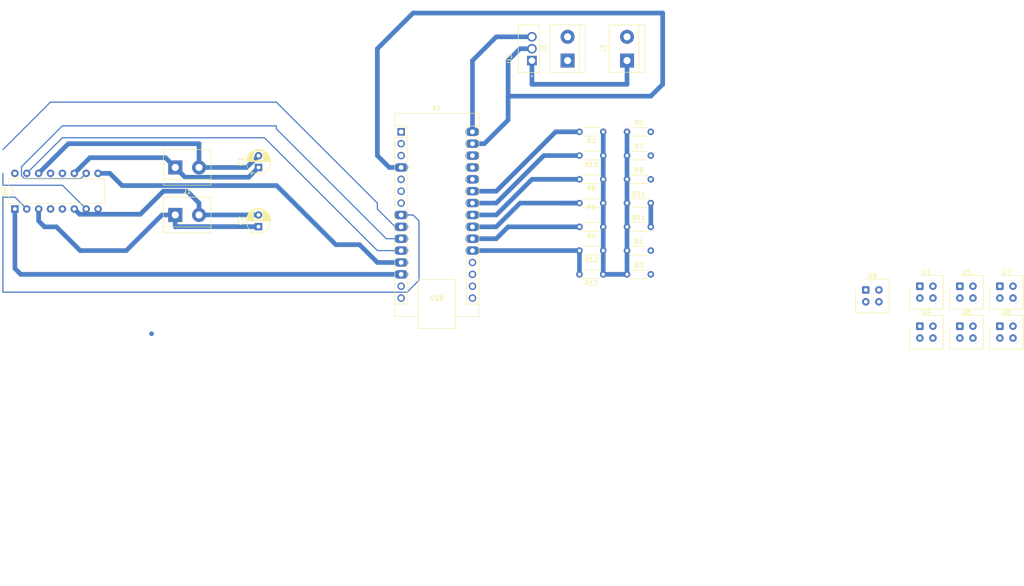
<source format=kicad_pcb>
(kicad_pcb (version 20221018) (generator pcbnew)
  (layers (0 "F.Cu" signal) (31 "B.Cu" signal) (34 "B.Paste" user) (35 "F.Paste" user) (36 "B.SilkS" user "B.Silkscreen") (37 "F.SilkS" user "F.Silkscreen") (38 "B.Mask" user) (39 "F.Mask" user) (44 "Edge.Cuts" user))
  (net 0 "")
  (net 8 "/MOTOR_1_A")
  (net 9 "/MOTOR_1_B")
  (net 10 "/MOTOR_2_A")
  (net 11 "/MOTOR_2_B")
  (net 12 "/ENAVILE_MOTOR_2")
  (net 13 "/ENAVILE_MOTOR_1")
  (net 20 "/CNY70_6")
  (net 21 "/CNY70_1")
  (net 22 "/CNY70_2")
  (net 23 "/CNY70_3")
  (net 24 "/CNY70_4")
  (net 25 "/CNY70_5")
  (net 28 "/OUT_5V")
  (net 29 "Net-(J2-Pin_1)")
  (net 30 "Net-(J2-Pin_2)")
  (net 31 "Net-(J1-Pin_1)")
  (net 32 "Net-(J1-Pin_2)")
  (net 33 "/ENTRADA_POSITIVO")
  (net 34 "/ENTRADA_NEGATIVO")
  (net 35 "VCC")
  (net 36 "Net-(U1-A)")
  (net 37 "Net-(U4-A)")
  (net 38 "Net-(U5-A)")
  (net 39 "Net-(U6-A)")
  (net 40 "Net-(U7-A)")
  (net 41 "Net-(U8-A)")
  (net 42 "GND")
  (net 49 "/ENTRADA_BORNERA")
  (net 50 "/SALIDA_BORNERA")
  (footprint "OptoDevice:Vishay_CNY70" (layer "F.Cu") (at 220.05 89.83)
    (fp_text reference "U4" (at 1.4 -3) (layer "F.SilkS"))
    (fp_text value "CNY70")
    (pad "1" thru_hole roundrect (at 0 0) (size 1.6 1.6) (drill 0.8) (layers "*.Cu" "*.Mask") (roundrect_rratio 0.156) (net 37 "Net-(U4-A)"))
    (pad "2" thru_hole circle (at 0 2.54) (size 1.6 1.6) (drill 0.8) (layers "*.Cu" "*.Mask") (net 42 "GND"))
    (pad "3" thru_hole circle (at 2.8 2.54) (size 1.6 1.6) (drill 0.8) (layers "*.Cu" "*.Mask") (net 21 "/CNY70_1"))
    (pad "4" thru_hole circle (at 2.8 0) (size 1.6 1.6) (drill 0.8) (layers "*.Cu" "*.Mask") (net 42 "GND"))
  )
  (footprint "Package_DIP:DIP-16_W7.62mm" (layer "F.Cu") (at 26.685 64.76 90)
    (fp_text reference "U2" (at 3.81 -2.33 90) (layer "F.SilkS"))
    (fp_text value "L293D")
    (pad "1" thru_hole rect (at 0 0 90) (size 1.6 1.6) (drill 0.8) (layers "*.Cu" "*.Mask") (net 13 "/ENAVILE_MOTOR_1"))
    (pad "2" thru_hole oval (at 0 2.54 90) (size 1.6 1.6) (drill 0.8) (layers "*.Cu" "*.Mask") (net 8 "/MOTOR_1_A"))
    (pad "3" thru_hole oval (at 0 5.08 90) (size 1.6 1.6) (drill 0.8) (layers "*.Cu" "*.Mask") (net 31 "Net-(J1-Pin_1)"))
    (pad "4" thru_hole oval (at 0 7.62 90) (size 1.6 1.6) (drill 0.8) (layers "*.Cu" "*.Mask"))
    (pad "5" thru_hole oval (at 0 10.16 90) (size 1.6 1.6) (drill 0.8) (layers "*.Cu" "*.Mask"))
    (pad "6" thru_hole oval (at 0 12.7 90) (size 1.6 1.6) (drill 0.8) (layers "*.Cu" "*.Mask") (net 32 "Net-(J1-Pin_2)"))
    (pad "7" thru_hole oval (at 0 15.24 90) (size 1.6 1.6) (drill 0.8) (layers "*.Cu" "*.Mask") (net 9 "/MOTOR_1_B"))
    (pad "8" thru_hole oval (at 0 17.78 90) (size 1.6 1.6) (drill 0.8) (layers "*.Cu" "*.Mask"))
    (pad "9" thru_hole oval (at 7.62 17.78 90) (size 1.6 1.6) (drill 0.8) (layers "*.Cu" "*.Mask") (net 12 "/ENAVILE_MOTOR_2"))
    (pad "10" thru_hole oval (at 7.62 15.24 90) (size 1.6 1.6) (drill 0.8) (layers "*.Cu" "*.Mask") (net 10 "/MOTOR_2_A"))
    (pad "11" thru_hole oval (at 7.62 12.7 90) (size 1.6 1.6) (drill 0.8) (layers "*.Cu" "*.Mask") (net 29 "Net-(J2-Pin_1)"))
    (pad "12" thru_hole oval (at 7.62 10.16 90) (size 1.6 1.6) (drill 0.8) (layers "*.Cu" "*.Mask"))
    (pad "13" thru_hole oval (at 7.62 7.62 90) (size 1.6 1.6) (drill 0.8) (layers "*.Cu" "*.Mask"))
    (pad "14" thru_hole oval (at 7.62 5.08 90) (size 1.6 1.6) (drill 0.8) (layers "*.Cu" "*.Mask") (net 30 "Net-(J2-Pin_2)"))
    (pad "15" thru_hole oval (at 7.62 2.54 90) (size 1.6 1.6) (drill 0.8) (layers "*.Cu" "*.Mask") (net 11 "/MOTOR_2_B"))
    (pad "16" thru_hole oval (at 7.62 0 90) (size 1.6 1.6) (drill 0.8) (layers "*.Cu" "*.Mask"))
  )
  (footprint "Resistor_THT:R_Axial_DIN0204_L3.6mm_D1.6mm_P5.08mm_Horizontal" (layer "F.Cu") (at 152.4 53.34 180)
    (fp_text reference "R10" (at 2.54 -1.92) (layer "F.SilkS"))
    (fp_text value "R")
    (pad "1" thru_hole circle (at 0 0 180) (size 1.4 1.4) (drill 0.7) (layers "*.Cu" "*.Mask") (net 35 "VCC"))
    (pad "2" thru_hole oval (at 5.08 0 180) (size 1.4 1.4) (drill 0.7) (layers "*.Cu" "*.Mask") (net 24 "/CNY70_4"))
  )
  (footprint "TerminalBlock:TerminalBlock_bornier-2_P5.08mm" (layer "F.Cu") (at 60.96 66.04)
    (fp_text reference "J1" (at 2.54 -5.08) (layer "F.SilkS"))
    (fp_text value "Screw_Terminal_01x02")
    (pad "1" thru_hole rect (at 0 0) (size 3 3) (drill 1.52) (layers "*.Cu" "*.Mask") (net 31 "Net-(J1-Pin_1)"))
    (pad "2" thru_hole circle (at 5.08 0) (size 3 3) (drill 1.52) (layers "*.Cu" "*.Mask") (net 32 "Net-(J1-Pin_2)"))
  )
  (footprint "TerminalBlock:TerminalBlock_bornier-2_P5.08mm" (layer "F.Cu") (at 157.48 33.02 90)
    (fp_text reference "J3" (at 2.54 -5.08 90) (layer "F.SilkS"))
    (fp_text value "Screw_Terminal_01x02")
    (pad "1" thru_hole rect (at 0 0 90) (size 3 3) (drill 1.52) (layers "*.Cu" "*.Mask") (net 49 "/ENTRADA_BORNERA"))
    (pad "2" thru_hole circle (at 5.08 0 90) (size 3 3) (drill 1.52) (layers "*.Cu" "*.Mask") (net 50 "/SALIDA_BORNERA"))
  )
  (footprint "Resistor_THT:R_Axial_DIN0204_L3.6mm_D1.6mm_P5.08mm_Horizontal" (layer "F.Cu") (at 152.4 78.74 180)
    (fp_text reference "R12" (at 2.54 -1.92) (layer "F.SilkS"))
    (fp_text value "R")
    (pad "1" thru_hole circle (at 0 0 180) (size 1.4 1.4) (drill 0.7) (layers "*.Cu" "*.Mask") (net 35 "VCC"))
    (pad "2" thru_hole oval (at 5.08 0 180) (size 1.4 1.4) (drill 0.7) (layers "*.Cu" "*.Mask") (net 20 "/CNY70_6"))
  )
  (footprint "Resistor_THT:R_Axial_DIN0204_L3.6mm_D1.6mm_P5.08mm_Horizontal" (layer "F.Cu") (at 157.48 53.34)
    (fp_text reference "R7" (at 2.54 -1.92) (layer "F.SilkS"))
    (fp_text value "R")
    (pad "1" thru_hole circle (at 0 0) (size 1.4 1.4) (drill 0.7) (layers "*.Cu" "*.Mask") (net 35 "VCC"))
    (pad "2" thru_hole oval (at 5.08 0) (size 1.4 1.4) (drill 0.7) (layers "*.Cu" "*.Mask") (net 39 "Net-(U6-A)"))
  )
  (footprint "OptoDevice:Vishay_CNY70" (layer "F.Cu") (at 228.6 89.83)
    (fp_text reference "U6" (at 1.4 -3) (layer "F.SilkS"))
    (fp_text value "CNY70")
    (pad "1" thru_hole roundrect (at 0 0) (size 1.6 1.6) (drill 0.8) (layers "*.Cu" "*.Mask") (roundrect_rratio 0.156) (net 39 "Net-(U6-A)"))
    (pad "2" thru_hole circle (at 0 2.54) (size 1.6 1.6) (drill 0.8) (layers "*.Cu" "*.Mask") (net 42 "GND"))
    (pad "3" thru_hole circle (at 2.8 2.54) (size 1.6 1.6) (drill 0.8) (layers "*.Cu" "*.Mask") (net 23 "/CNY70_3"))
    (pad "4" thru_hole circle (at 2.8 0) (size 1.6 1.6) (drill 0.8) (layers "*.Cu" "*.Mask") (net 42 "GND"))
  )
  (footprint "TerminalBlock:TerminalBlock_bornier-2_P5.08mm" (layer "F.Cu") (at 144.78 33.02 90)
    (fp_text reference "J3" (at 2.54 -5.08 90) (layer "F.SilkS"))
    (fp_text value "Screw_Terminal_01x02")
    (pad "1" thru_hole rect (at 0 0 90) (size 3 3) (drill 1.52) (layers "*.Cu" "*.Mask") (net 33 "/ENTRADA_POSITIVO"))
    (pad "2" thru_hole circle (at 5.08 0 90) (size 3 3) (drill 1.52) (layers "*.Cu" "*.Mask") (net 34 "/ENTRADA_NEGATIVO"))
  )
  (footprint "Capacitor_THT:CP_Radial_D5.0mm_P2.50mm" (layer "F.Cu") (at 78.74 55.88 90)
    (fp_text reference "C1" (at 1.25 -3.75 90) (layer "F.SilkS"))
    (fp_text value "C")
    (pad "1" thru_hole rect (at 0 0 90) (size 1.6 1.6) (drill 0.8) (layers "*.Cu" "*.Mask") (net 29 "Net-(J2-Pin_1)"))
    (pad "2" thru_hole circle (at 2.5 0 90) (size 1.6 1.6) (drill 0.8) (layers "*.Cu" "*.Mask") (net 30 "Net-(J2-Pin_2)"))
  )
  (footprint "Module:Arduino_Nano" (layer "F.Cu") (at 109.22 48.26)
    (fp_text reference "A1" (at 7.62 -5.08) (layer "F.SilkS"))
    (fp_text value "Arduino_Nano_Every")
    (fp_text user "USB" (at 7.62 35.56 unlocked) (layer "F.SilkS"))
    (pad "1" thru_hole rect (at 0 0) (size 1.6 1.6) (drill 1) (layers "*.Cu" "*.Mask"))
    (pad "2" thru_hole oval (at 0 2.54) (size 1.6 1.6) (drill 1) (layers "*.Cu" "*.Mask"))
    (pad "3" thru_hole oval (at 0 5.08) (size 1.6 1.6) (drill 1) (layers "*.Cu" "*.Mask"))
    (pad "4" thru_hole oval (at 0 7.62) (size 3 1.8) (drill 1) (layers "*.Cu" "*.Mask") (net 42 "GND"))
    (pad "5" thru_hole oval (at 0 10.16) (size 1.6 1.6) (drill 1) (layers "*.Cu" "*.Mask"))
    (pad "6" thru_hole oval (at 0 12.7) (size 1.6 1.6) (drill 1) (layers "*.Cu" "*.Mask"))
    (pad "7" thru_hole oval (at 0 15.24) (size 1.6 1.6) (drill 1) (layers "*.Cu" "*.Mask"))
    (pad "8" thru_hole oval (at 0 17.78) (size 3 1.8) (drill 1) (layers "*.Cu" "*.Mask") (net 8 "/MOTOR_1_A"))
    (pad "9" thru_hole oval (at 0 20.32) (size 3 1.8) (drill 1) (layers "*.Cu" "*.Mask") (net 9 "/MOTOR_1_B"))
    (pad "10" thru_hole oval (at 0 22.86) (size 3 1.8) (drill 1) (layers "*.Cu" "*.Mask") (net 10 "/MOTOR_2_A"))
    (pad "11" thru_hole oval (at 0 25.4) (size 3 1.8) (drill 1) (layers "*.Cu" "*.Mask") (net 11 "/MOTOR_2_B"))
    (pad "12" thru_hole oval (at 0 27.94) (size 3 1.8) (drill 1) (layers "*.Cu" "*.Mask") (net 12 "/ENAVILE_MOTOR_2"))
    (pad "13" thru_hole oval (at 0 30.48) (size 3 1.8) (drill 1) (layers "*.Cu" "*.Mask") (net 13 "/ENAVILE_MOTOR_1"))
    (pad "14" thru_hole oval (at 0 33.02) (size 1.6 1.6) (drill 1) (layers "*.Cu" "*.Mask"))
    (pad "15" thru_hole oval (at 0 35.56) (size 1.6 1.6) (drill 1) (layers "*.Cu" "*.Mask"))
    (pad "16" thru_hole oval (at 15.24 35.56) (size 1.6 1.6) (drill 1) (layers "*.Cu" "*.Mask"))
    (pad "17" thru_hole oval (at 15.24 33.02) (size 1.6 1.6) (drill 1) (layers "*.Cu" "*.Mask"))
    (pad "18" thru_hole oval (at 15.24 30.48) (size 1.6 1.6) (drill 1) (layers "*.Cu" "*.Mask"))
    (pad "19" thru_hole oval (at 15.24 27.94) (size 1.6 1.6) (drill 1) (layers "*.Cu" "*.Mask"))
    (pad "20" thru_hole oval (at 15.24 25.4) (size 3 1.8) (drill 1) (layers "*.Cu" "*.Mask") (net 20 "/CNY70_6"))
    (pad "21" thru_hole oval (at 15.24 22.86) (size 3 1.8) (drill 1) (layers "*.Cu" "*.Mask") (net 21 "/CNY70_1"))
    (pad "22" thru_hole oval (at 15.24 20.32) (size 3 1.8) (drill 1) (layers "*.Cu" "*.Mask") (net 22 "/CNY70_2"))
    (pad "23" thru_hole oval (at 15.24 17.78) (size 3 1.8) (drill 1) (layers "*.Cu" "*.Mask") (net 23 "/CNY70_3"))
    (pad "24" thru_hole oval (at 15.24 15.24) (size 3 1.8) (drill 1) (layers "*.Cu" "*.Mask") (net 24 "/CNY70_4"))
    (pad "25" thru_hole oval (at 15.24 12.7) (size 3 1.8) (drill 1) (layers "*.Cu" "*.Mask") (net 25 "/CNY70_5"))
    (pad "26" thru_hole oval (at 15.24 10.16) (size 3 1.8) (drill oval 1) (layers "*.Cu" "*.Mask"))
    (pad "27" thru_hole oval (at 15.24 7.62) (size 3 1.8) (drill 1) (layers "*.Cu" "*.Mask"))
    (pad "28" thru_hole oval (at 15.24 5.08) (size 3 1.8) (drill 1) (layers "*.Cu" "*.Mask"))
    (pad "29" thru_hole oval (at 15.24 2.54) (size 3 1.8) (drill 1) (layers "*.Cu" "*.Mask") (net 42 "GND"))
    (pad "30" thru_hole oval (at 15.24 0) (size 3 1.8) (drill 1) (layers "*.Cu" "*.Mask") (net 28 "/OUT_5V"))
  )
  (footprint "Resistor_THT:R_Axial_DIN0204_L3.6mm_D1.6mm_P5.08mm_Horizontal" (layer "F.Cu") (at 152.4 63.5 180)
    (fp_text reference "R6" (at 2.54 -0.92) (layer "F.SilkS"))
    (fp_text value "R")
    (pad "1" thru_hole circle (at 0 0 180) (size 1.4 1.4) (drill 0.7) (layers "*.Cu" "*.Mask") (net 35 "VCC"))
    (pad "2" thru_hole oval (at 5.08 0 180) (size 1.4 1.4) (drill 0.7) (layers "*.Cu" "*.Mask") (net 22 "/CNY70_2"))
  )
  (footprint "Resistor_THT:R_Axial_DIN0204_L3.6mm_D1.6mm_P5.08mm_Horizontal" (layer "F.Cu") (at 157.48 58.42)
    (fp_text reference "R9" (at 2.54 -1.92) (layer "F.SilkS"))
    (fp_text value "R")
    (pad "1" thru_hole circle (at 0 0) (size 1.4 1.4) (drill 0.7) (layers "*.Cu" "*.Mask") (net 35 "VCC"))
    (pad "2" thru_hole oval (at 5.08 0) (size 1.4 1.4) (drill 0.7) (layers "*.Cu" "*.Mask") (net 40 "Net-(U7-A)"))
  )
  (footprint "Resistor_THT:R_Axial_DIN0204_L3.6mm_D1.6mm_P5.08mm_Horizontal" (layer "F.Cu") (at 157.48 68.58)
    (fp_text reference "R11" (at 2.54 -1.92) (layer "F.SilkS"))
    (fp_text value "R")
    (pad "1" thru_hole circle (at 0 0) (size 1.4 1.4) (drill 0.7) (layers "*.Cu" "*.Mask") (net 35 "VCC"))
    (pad "2" thru_hole oval (at 5.08 0) (size 1.4 1.4) (drill 0.7) (layers "*.Cu" "*.Mask") (net 41 "Net-(U8-A)"))
  )
  (footprint "OptoDevice:Vishay_CNY70" (layer "F.Cu") (at 220.05 81.28)
    (fp_text reference "U1" (at 1.4 -3) (layer "F.SilkS"))
    (fp_text value "CNY70")
    (pad "1" thru_hole roundrect (at 0 0) (size 1.6 1.6) (drill 0.8) (layers "*.Cu" "*.Mask") (roundrect_rratio 0.156) (net 36 "Net-(U1-A)"))
    (pad "2" thru_hole circle (at 0 2.54) (size 1.6 1.6) (drill 0.8) (layers "*.Cu" "*.Mask") (net 42 "GND"))
    (pad "3" thru_hole circle (at 2.8 2.54) (size 1.6 1.6) (drill 0.8) (layers "*.Cu" "*.Mask") (net 25 "/CNY70_5"))
    (pad "4" thru_hole circle (at 2.8 0) (size 1.6 1.6) (drill 0.8) (layers "*.Cu" "*.Mask") (net 42 "GND"))
  )
  (footprint "Resistor_THT:R_Axial_DIN0204_L3.6mm_D1.6mm_P5.08mm_Horizontal" (layer "F.Cu") (at 152.4 48.26 180)
    (fp_text reference "R2" (at 2.54 -1.92) (layer "F.SilkS"))
    (fp_text value "R")
    (pad "1" thru_hole circle (at 0 0 180) (size 1.4 1.4) (drill 0.7) (layers "*.Cu" "*.Mask") (net 35 "VCC"))
    (pad "2" thru_hole oval (at 5.08 0 180) (size 1.4 1.4) (drill 0.7) (layers "*.Cu" "*.Mask") (net 25 "/CNY70_5"))
  )
  (footprint "OptoDevice:Vishay_CNY70" (layer "F.Cu") (at 208.5 82.07)
    (fp_text reference "U8" (at 1.4 -3) (layer "F.SilkS"))
    (fp_text value "CNY70")
    (pad "1" thru_hole roundrect (at 0 0) (size 1.6 1.6) (drill 0.8) (layers "*.Cu" "*.Mask") (roundrect_rratio 0.156) (net 41 "Net-(U8-A)"))
    (pad "2" thru_hole circle (at 0 2.54) (size 1.6 1.6) (drill 0.8) (layers "*.Cu" "*.Mask") (net 42 "GND"))
    (pad "3" thru_hole circle (at 2.8 2.54) (size 1.6 1.6) (drill 0.8) (layers "*.Cu" "*.Mask") (net 20 "/CNY70_6"))
    (pad "4" thru_hole circle (at 2.8 0) (size 1.6 1.6) (drill 0.8) (layers "*.Cu" "*.Mask") (net 42 "GND"))
  )
  (footprint "Resistor_THT:R_Axial_DIN0204_L3.6mm_D1.6mm_P5.08mm_Horizontal" (layer "F.Cu") (at 157.48 63.5)
    (fp_text reference "R11" (at 2.54 -1.92) (layer "F.SilkS"))
    (fp_text value "R")
    (pad "1" thru_hole circle (at 0 0) (size 1.4 1.4) (drill 0.7) (layers "*.Cu" "*.Mask") (net 35 "VCC"))
    (pad "2" thru_hole oval (at 5.08 0) (size 1.4 1.4) (drill 0.7) (layers "*.Cu" "*.Mask") (net 41 "Net-(U8-A)"))
  )
  (footprint "OptoDevice:Vishay_CNY70" (layer "F.Cu") (at 228.6 81.28)
    (fp_text reference "U5" (at 1.4 -3) (layer "F.SilkS"))
    (fp_text value "CNY70")
    (pad "1" thru_hole roundrect (at 0 0) (size 1.6 1.6) (drill 0.8) (layers "*.Cu" "*.Mask") (roundrect_rratio 0.156) (net 38 "Net-(U5-A)"))
    (pad "2" thru_hole circle (at 0 2.54) (size 1.6 1.6) (drill 0.8) (layers "*.Cu" "*.Mask") (net 42 "GND"))
    (pad "3" thru_hole circle (at 2.8 2.54) (size 1.6 1.6) (drill 0.8) (layers "*.Cu" "*.Mask") (net 22 "/CNY70_2"))
    (pad "4" thru_hole circle (at 2.8 0) (size 1.6 1.6) (drill 0.8) (layers "*.Cu" "*.Mask") (net 42 "GND"))
  )
  (footprint "OptoDevice:Vishay_CNY70" (layer "F.Cu") (at 237.15 89.83)
    (fp_text reference "U8" (at 1.4 -3) (layer "F.SilkS"))
    (fp_text value "CNY70")
    (pad "1" thru_hole roundrect (at 0 0) (size 1.6 1.6) (drill 0.8) (layers "*.Cu" "*.Mask") (roundrect_rratio 0.156) (net 41 "Net-(U8-A)"))
    (pad "2" thru_hole circle (at 0 2.54) (size 1.6 1.6) (drill 0.8) (layers "*.Cu" "*.Mask") (net 42 "GND"))
    (pad "3" thru_hole circle (at 2.8 2.54) (size 1.6 1.6) (drill 0.8) (layers "*.Cu" "*.Mask") (net 20 "/CNY70_6"))
    (pad "4" thru_hole circle (at 2.8 0) (size 1.6 1.6) (drill 0.8) (layers "*.Cu" "*.Mask") (net 42 "GND"))
  )
  (footprint "Resistor_THT:R_Axial_DIN0204_L3.6mm_D1.6mm_P5.08mm_Horizontal" (layer "F.Cu") (at 157.48 73.66)
    (fp_text reference "R1" (at 2.54 -1.92) (layer "F.SilkS"))
    (fp_text value "R")
    (pad "1" thru_hole circle (at 0 0) (size 1.4 1.4) (drill 0.7) (layers "*.Cu" "*.Mask") (net 35 "VCC"))
    (pad "2" thru_hole oval (at 5.08 0) (size 1.4 1.4) (drill 0.7) (layers "*.Cu" "*.Mask") (net 36 "Net-(U1-A)"))
  )
  (footprint "OptoDevice:Vishay_CNY70" (layer "F.Cu") (at 237.15 81.28)
    (fp_text reference "U7" (at 1.4 -3) (layer "F.SilkS"))
    (fp_text value "CNY70")
    (pad "1" thru_hole roundrect (at 0 0) (size 1.6 1.6) (drill 0.8) (layers "*.Cu" "*.Mask") (roundrect_rratio 0.156) (net 40 "Net-(U7-A)"))
    (pad "2" thru_hole circle (at 0 2.54) (size 1.6 1.6) (drill 0.8) (layers "*.Cu" "*.Mask") (net 42 "GND"))
    (pad "3" thru_hole circle (at 2.8 2.54) (size 1.6 1.6) (drill 0.8) (layers "*.Cu" "*.Mask") (net 24 "/CNY70_4"))
    (pad "4" thru_hole circle (at 2.8 0) (size 1.6 1.6) (drill 0.8) (layers "*.Cu" "*.Mask") (net 42 "GND"))
  )
  (footprint "7805:TO255P1020X450X2000-3" (layer "F.Cu") (at 136.4975 30.49 90)
    (fp_text reference "U3" (at -2.175 -4.135 90) (layer "F.SilkS"))
    (fp_text value "L7805")
    (pad "1" thru_hole rect (at -2.55 0.6625 90) (size 2.055 2.055) (drill 1.37) (layers "*.Cu" "*.Mask") (net 49 "/ENTRADA_BORNERA"))
    (pad "2" thru_hole circle (at 0 0.6625 90) (size 2.055 2.055) (drill 1.37) (layers "*.Cu" "*.Mask") (net 42 "GND"))
    (pad "3" thru_hole circle (at 2.55 0.6625 90) (size 2.055 2.055) (drill 1.37) (layers "*.Cu" "*.Mask") (net 28 "/OUT_5V"))
  )
  (footprint "Resistor_THT:R_Axial_DIN0204_L3.6mm_D1.6mm_P5.08mm_Horizontal" (layer "F.Cu") (at 152.4 73.66 180)
    (fp_text reference "R12" (at 2.54 -1.92) (layer "F.SilkS"))
    (fp_text value "R")
    (pad "1" thru_hole circle (at 0 0 180) (size 1.4 1.4) (drill 0.7) (layers "*.Cu" "*.Mask") (net 35 "VCC"))
    (pad "2" thru_hole oval (at 5.08 0 180) (size 1.4 1.4) (drill 0.7) (layers "*.Cu" "*.Mask") (net 20 "/CNY70_6"))
  )
  (footprint "Resistor_THT:R_Axial_DIN0204_L3.6mm_D1.6mm_P5.08mm_Horizontal" (layer "F.Cu") (at 157.48 78.74)
    (fp_text reference "R3" (at 2.54 -1.92) (layer "F.SilkS"))
    (fp_text value "R")
    (pad "1" thru_hole circle (at 0 0) (size 1.4 1.4) (drill 0.7) (layers "*.Cu" "*.Mask") (net 35 "VCC"))
    (pad "2" thru_hole oval (at 5.08 0) (size 1.4 1.4) (drill 0.7) (layers "*.Cu" "*.Mask") (net 37 "Net-(U4-A)"))
  )
  (footprint "TerminalBlock:TerminalBlock_bornier-2_P5.08mm" (layer "F.Cu") (at 60.96 55.88)
    (fp_text reference "J2" hide)
    (fp_text value "Screw_Terminal_01x02")
    (pad "1" thru_hole rect (at 0 0) (size 3 3) (drill 1.52) (layers "*.Cu" "*.Mask") (net 29 "Net-(J2-Pin_1)"))
    (pad "2" thru_hole circle (at 5.08 0) (size 3 3) (drill 1.52) (layers "*.Cu" "*.Mask") (net 30 "Net-(J2-Pin_2)"))
  )
  (footprint "Resistor_THT:R_Axial_DIN0204_L3.6mm_D1.6mm_P5.08mm_Horizontal" (layer "F.Cu") (at 152.4 58.42 180)
    (fp_text reference "R8" (at 2.54 -1.92) (layer "F.SilkS"))
    (fp_text value "R")
    (pad "1" thru_hole circle (at 0 0 180) (size 1.4 1.4) (drill 0.7) (layers "*.Cu" "*.Mask") (net 35 "VCC"))
    (pad "2" thru_hole oval (at 5.08 0 180) (size 1.4 1.4) (drill 0.7) (layers "*.Cu" "*.Mask") (net 23 "/CNY70_3"))
  )
  (footprint "Capacitor_THT:CP_Radial_D5.0mm_P2.50mm" (layer "F.Cu") (at 78.74 68.54 90)
    (fp_text reference "C2" (at 1.25 -3.75 90) (layer "F.SilkS"))
    (fp_text value "C")
    (pad "1" thru_hole rect (at 0 0 90) (size 1.6 1.6) (drill 0.8) (layers "*.Cu" "*.Mask") (net 31 "Net-(J1-Pin_1)"))
    (pad "2" thru_hole circle (at 2.5 0 90) (size 1.6 1.6) (drill 0.8) (layers "*.Cu" "*.Mask") (net 32 "Net-(J1-Pin_2)"))
  )
  (footprint "Resistor_THT:R_Axial_DIN0204_L3.6mm_D1.6mm_P5.08mm_Horizontal" (layer "F.Cu") (at 157.48 48.26)
    (fp_text reference "R5" (at 2.54 -1.92) (layer "F.SilkS"))
    (fp_text value "R")
    (pad "1" thru_hole circle (at 0 0) (size 1.4 1.4) (drill 0.7) (layers "*.Cu" "*.Mask") (net 35 "VCC"))
    (pad "2" thru_hole oval (at 5.08 0) (size 1.4 1.4) (drill 0.7) (layers "*.Cu" "*.Mask") (net 38 "Net-(U5-A)"))
  )
  (footprint "Resistor_THT:R_Axial_DIN0204_L3.6mm_D1.6mm_P5.08mm_Horizontal" (layer "F.Cu") (at 152.4 68.58 180)
    (fp_text reference "R4" (at 2.54 -1.92) (layer "F.SilkS"))
    (fp_text value "R")
    (pad "1" thru_hole circle (at 0 0 180) (size 1.4 1.4) (drill 0.7) (layers "*.Cu" "*.Mask") (net 35 "VCC"))
    (pad "2" thru_hole oval (at 5.08 0 180) (size 1.4 1.4) (drill 0.7) (layers "*.Cu" "*.Mask") (net 21 "/CNY70_1"))
  )
  (segment (start 111.76 66.04) (end 109.22 66.04) (width 0.25) (layer "B.Cu") (net 8))
  (segment (start 26.695 62.23) (end 24.13 62.23) (width 0.25) (layer "B.Cu") (net 8))
  (segment (start 24.13 82.55) (end 110.49 82.55) (width 0.25) (layer "B.Cu") (net 8))
  (segment (start 113.03 67.31) (end 111.76 66.04) (width 0.25) (layer "B.Cu") (net 8))
  (segment (start 113.03 80.01) (end 113.03 67.31) (width 0.25) (layer "B.Cu") (net 8))
  (segment (start 110.49 82.55) (end 113.03 80.01) (width 0.25) (layer "B.Cu") (net 8))
  (segment (start 29.225 64.76) (end 26.695 62.23) (width 0.25) (layer "B.Cu") (net 8))
  (segment (start 24.13 62.23) (end 24.13 82.55) (width 0.25) (layer "B.Cu") (net 8))
  (segment (start 104.14 64.77) (end 107.95 68.58) (width 0.25) (layer "B.Cu") (net 9))
  (segment (start 107.95 68.58) (end 109.22 68.58) (width 0.25) (layer "B.Cu") (net 9))
  (segment (start 41.925 64.76) (end 36.855 59.69) (width 0.25) (layer "B.Cu") (net 9))
  (segment (start 104.14 63.5) (end 104.14 64.77) (width 0.25) (layer "B.Cu") (net 9))
  (segment (start 24.13 59.69) (end 24.13 57.15) (width 0.25) (layer "B.Cu") (net 9))
  (segment (start 36.855 59.69) (end 24.13 59.69) (width 0.25) (layer "B.Cu") (net 9))
  (segment (start 34.29 41.91) (end 82.55 41.91) (width 0.25) (layer "B.Cu") (net 9))
  (segment (start 82.55 41.91) (end 104.14 63.5) (width 0.25) (layer "B.Cu") (net 9))
  (segment (start 24.13 52.07) (end 34.29 41.91) (width 0.25) (layer "B.Cu") (net 9))
  (segment (start 106.043604 71.12) (end 109.22 71.12) (width 0.25) (layer "B.Cu") (net 10))
  (segment (start 28.1 57.605991) (end 28.1 55.72) (width 0.25) (layer "B.Cu") (net 10))
  (segment (start 41.925 57.14) (end 40.8 58.265) (width 0.25) (layer "B.Cu") (net 10))
  (segment (start 28.1 55.72) (end 36.83 46.99) (width 0.25) (layer "B.Cu") (net 10))
  (segment (start 82.55 47.626396) (end 106.043604 71.12) (width 0.25) (layer "B.Cu") (net 10))
  (segment (start 82.55 46.99) (end 82.55 47.626396) (width 0.25) (layer "B.Cu") (net 10))
  (segment (start 28.759009 58.265) (end 28.1 57.605991) (width 0.25) (layer "B.Cu") (net 10))
  (segment (start 36.83 46.99) (end 82.55 46.99) (width 0.25) (layer "B.Cu") (net 10))
  (segment (start 40.8 58.265) (end 28.759009 58.265) (width 0.25) (layer "B.Cu") (net 10))
  (segment (start 29.225 57.14) (end 36.835 49.53) (width 0.25) (layer "B.Cu") (net 11))
  (segment (start 80.01 49.53) (end 104.14 73.66) (width 0.25) (layer "B.Cu") (net 11))
  (segment (start 104.14 73.66) (end 109.22 73.66) (width 0.25) (layer "B.Cu") (net 11))
  (segment (start 36.835 49.53) (end 80.01 49.53) (width 0.25) (layer "B.Cu") (net 11))
  (segment (start 46.98 57.14) (end 49.6 59.76) (width 1) (layer "B.Cu") (net 12))
  (segment (start 82.62 59.76) (end 95.25 72.39) (width 1) (layer "B.Cu") (net 12))
  (segment (start 95.25 72.39) (end 100.33 72.39) (width 1) (layer "B.Cu") (net 12))
  (segment (start 100.33 72.39) (end 104.14 76.2) (width 1) (layer "B.Cu") (net 12))
  (segment (start 44.465 57.14) (end 46.98 57.14) (width 1) (layer "B.Cu") (net 12))
  (segment (start 49.6 59.76) (end 82.62 59.76) (width 1) (layer "B.Cu") (net 12))
  (segment (start 104.14 76.2) (end 109.22 76.2) (width 1) (layer "B.Cu") (net 12))
  (segment (start 26.685 77.485) (end 27.94 78.74) (width 1) (layer "B.Cu") (net 13))
  (segment (start 27.94 78.74) (end 109.22 78.74) (width 1) (layer "B.Cu") (net 13))
  (segment (start 26.685 64.76) (end 26.685 77.485) (width 1) (layer "B.Cu") (net 13))
  (segment (start 124.46 73.66) (end 147.32 73.66) (width 1) (layer "B.Cu") (net 20))
  (segment (start 147.32 73.66) (end 147.32 78.74) (width 1) (layer "B.Cu") (net 20))
  (segment (start 147.32 68.58) (end 132.08 68.58) (width 1) (layer "B.Cu") (net 21))
  (segment (start 129.54 71.12) (end 124.46 71.12) (width 1) (layer "B.Cu") (net 21))
  (segment (start 132.08 68.58) (end 129.54 71.12) (width 1) (layer "B.Cu") (net 21))
  (segment (start 129.54 68.58) (end 134.62 63.5) (width 1) (layer "B.Cu") (net 22))
  (segment (start 134.62 63.5) (end 147.32 63.5) (width 1) (layer "B.Cu") (net 22))
  (segment (start 124.46 68.58) (end 129.54 68.58) (width 1) (layer "B.Cu") (net 22))
  (segment (start 147.32 63.5) (end 143.14 63.5) (width 1) (layer "B.Cu") (net 22))
  (segment (start 137.16 58.42) (end 129.54 66.04) (width 1) (layer "B.Cu") (net 23))
  (segment (start 147.32 58.42) (end 137.16 58.42) (width 1) (layer "B.Cu") (net 23))
  (segment (start 129.54 66.04) (end 124.46 66.04) (width 1) (layer "B.Cu") (net 23))
  (segment (start 129.54 63.5) (end 139.7 53.34) (width 1) (layer "B.Cu") (net 24))
  (segment (start 139.7 53.34) (end 147.32 53.34) (width 1) (layer "B.Cu") (net 24))
  (segment (start 124.46 63.5) (end 129.54 63.5) (width 1) (layer "B.Cu") (net 24))
  (segment (start 129.54 60.96) (end 124.46 60.96) (width 1) (layer "B.Cu") (net 25))
  (segment (start 142.24 48.26) (end 129.54 60.96) (width 1) (layer "B.Cu") (net 25))
  (segment (start 144.78 48.26) (end 142.24 48.26) (width 1) (layer "B.Cu") (net 25))
  (segment (start 147.32 48.26) (end 144.78 48.26) (width 1) (layer "B.Cu") (net 25))
  (segment (start 124.46 33.02) (end 124.46 48.26) (width 1) (layer "B.Cu") (net 28))
  (segment (start 55.89 91.43) (end 55.88 91.44) (width 1) (layer "B.Cu") (net 28))
  (segment (start 129.54 27.94) (end 137.16 27.94) (width 1) (layer "B.Cu") (net 28))
  (segment (start 129.54 27.94) (end 124.46 33.02) (width 1) (layer "B.Cu") (net 28))
  (segment (start 58.87 53.79) (end 60.96 55.88) (width 1) (layer "B.Cu") (net 29))
  (segment (start 42.735 53.79) (end 58.87 53.79) (width 1) (layer "B.Cu") (net 29))
  (segment (start 63.05 57.97) (end 76.65 57.97) (width 1) (layer "B.Cu") (net 29))
  (segment (start 39.385 57.14) (end 42.735 53.79) (width 1) (layer "B.Cu") (net 29))
  (segment (start 76.65 57.97) (end 78.74 55.88) (width 1) (layer "B.Cu") (net 29))
  (segment (start 60.96 55.88) (end 63.05 57.97) (width 1) (layer "B.Cu") (net 29))
  (segment (start 76.2 55.88) (end 78.74 53.34) (width 1) (layer "B.Cu") (net 30))
  (segment (start 66.04 50.8) (end 66.04 55.88) (width 1) (layer "B.Cu") (net 30))
  (segment (start 38.105 50.8) (end 66.04 50.8) (width 1) (layer "B.Cu") (net 30))
  (segment (start 66.04 55.88) (end 76.2 55.88) (width 1) (layer "B.Cu") (net 30))
  (segment (start 31.765 57.14) (end 38.105 50.8) (width 1) (layer "B.Cu") (net 30))
  (segment (start 40.64 73.66) (end 35.56 68.58) (width 1) (layer "B.Cu") (net 31))
  (segment (start 61 68.54) (end 78.74 68.54) (width 1) (layer "B.Cu") (net 31))
  (segment (start 60.96 68.58) (end 61 68.54) (width 1) (layer "B.Cu") (net 31))
  (segment (start 35.56 68.58) (end 33.02 68.58) (width 1) (layer "B.Cu") (net 31))
  (segment (start 60.96 66.04) (end 60.96 68.58) (width 1) (layer "B.Cu") (net 31))
  (segment (start 33.02 68.58) (end 31.765 67.325) (width 1) (layer "B.Cu") (net 31))
  (segment (start 31.765 67.325) (end 31.765 64.76) (width 1) (layer "B.Cu") (net 31))
  (segment (start 60.96 66.04) (end 58.109009 66.04) (width 1) (layer "B.Cu") (net 31))
  (segment (start 50.489009 73.66) (end 40.64 73.66) (width 1) (layer "B.Cu") (net 31))
  (segment (start 58.109009 66.04) (end 50.489009 73.66) (width 1) (layer "B.Cu") (net 31))
  (segment (start 63.5 60.96) (end 66.04 63.5) (width 1) (layer "B.Cu") (net 32))
  (segment (start 58.42 60.96) (end 63.5 60.96) (width 1) (layer "B.Cu") (net 32))
  (segment (start 40.51 65.885) (end 53.495 65.885) (width 1) (layer "B.Cu") (net 32))
  (segment (start 53.495 65.885) (end 58.42 60.96) (width 1) (layer "B.Cu") (net 32))
  (segment (start 39.385 64.76) (end 40.51 65.885) (width 1) (layer "B.Cu") (net 32))
  (segment (start 66.04 63.5) (end 66.04 66.04) (width 1) (layer "B.Cu") (net 32))
  (segment (start 66.04 66.04) (end 78.74 66.04) (width 1) (layer "B.Cu") (net 32))
  (segment (start 144.76 33.04) (end 144.78 33.02) (width 1) (layer "B.Cu") (net 33))
  (segment (start 157.48 63.5) (end 157.48 58.42) (width 1) (layer "B.Cu") (net 35))
  (segment (start 157.48 78.74) (end 152.4 78.74) (width 1) (layer "B.Cu") (net 35))
  (segment (start 152.4 53.34) (end 152.4 58.42) (width 1) (layer "B.Cu") (net 35))
  (segment (start 152.4 48.26) (end 152.4 53.34) (width 1) (layer "B.Cu") (net 35))
  (segment (start 157.48 53.34) (end 157.48 48.26) (width 1) (layer "B.Cu") (net 35))
  (segment (start 157.48 63.5) (end 157.48 68.58) (width 1) (layer "B.Cu") (net 35))
  (segment (start 157.48 73.66) (end 157.48 78.74) (width 1) (layer "B.Cu") (net 35))
  (segment (start 152.4 58.42) (end 152.4 63.5) (width 1) (layer "B.Cu") (net 35))
  (segment (start 152.4 78.74) (end 152.4 73.66) (width 1) (layer "B.Cu") (net 35))
  (segment (start 152.4 63.5) (end 152.4 68.58) (width 1) (layer "B.Cu") (net 35))
  (segment (start 152.4 68.58) (end 152.4 73.66) (width 1) (layer "B.Cu") (net 35))
  (segment (start 157.48 58.42) (end 157.48 53.34) (width 1) (layer "B.Cu") (net 35))
  (segment (start 157.48 68.58) (end 157.48 73.66) (width 1) (layer "B.Cu") (net 35))
  (segment (start 162.56 63.5) (end 162.56 68.58) (width 1) (layer "B.Cu") (net 41))
  (segment (start 111.76 22.86) (end 104.14 30.48) (width 1) (layer "B.Cu") (net 42))
  (segment (start 127 50.8) (end 124.46 50.8) (width 1) (layer "B.Cu") (net 42))
  (segment (start 104.14 53.34) (end 106.68 55.88) (width 1) (layer "B.Cu") (net 42))
  (segment (start 134.61 30.49) (end 132.08 33.02) (width 1) (layer "B.Cu") (net 42))
  (segment (start 132.08 33.02) (end 132.08 40.64) (width 1) (layer "B.Cu") (net 42))
  (segment (start 104.14 30.48) (end 104.14 53.34) (width 1) (layer "B.Cu") (net 42))
  (segment (start 137.16 30.49) (end 134.61 30.49) (width 1) (layer "B.Cu") (net 42))
  (segment (start 162.56 40.64) (end 165.1 38.1) (width 1) (layer "B.Cu") (net 42))
  (segment (start 132.08 40.64) (end 132.08 45.72) (width 1) (layer "B.Cu") (net 42))
  (segment (start 165.1 38.1) (end 165.1 22.86) (width 1) (layer "B.Cu") (net 42))
  (segment (start 132.08 40.64) (end 162.56 40.64) (width 1) (layer "B.Cu") (net 42))
  (segment (start 106.68 55.88) (end 109.22 55.88) (width 1) (layer "B.Cu") (net 42))
  (segment (start 165.1 22.86) (end 111.76 22.86) (width 1) (layer "B.Cu") (net 42))
  (segment (start 132.08 45.72) (end 127 50.8) (width 1) (layer "B.Cu") (net 42))
  (segment (start 137.16 33.676396) (end 136.841802 33.358198) (width 1) (layer "B.Cu") (net 49))
  (segment (start 157.48 38.1) (end 137.16 38.1) (width 1) (layer "B.Cu") (net 49))
  (segment (start 157.48 33.02) (end 157.48 38.1) (width 1) (layer "B.Cu") (net 49))
  (segment (start 137.16 33.04) (end 137.16 38.1) (width 1) (layer "B.Cu") (net 49))
  (segment (start 137.16 33.02) (end 137.16 33.04) (width 1) (layer "B.Cu") (net 49))
)
</source>
